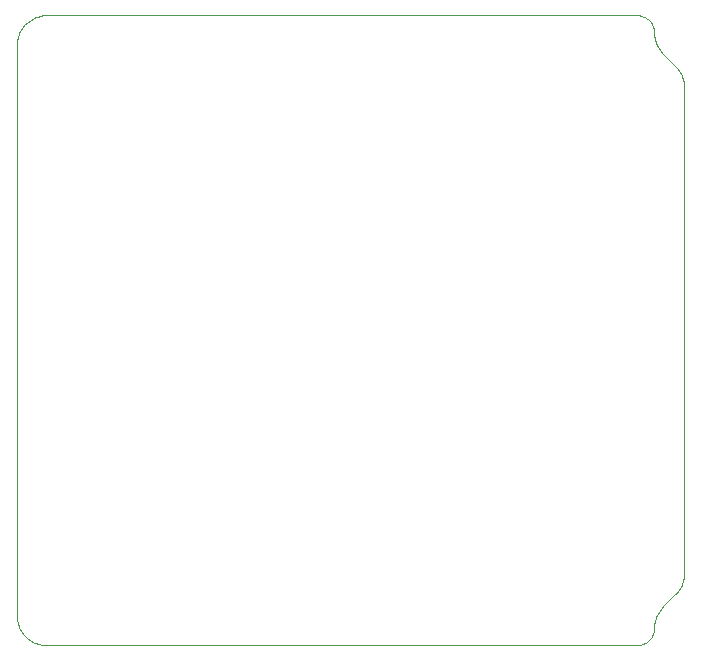
<source format=gbp>
G75*
G70*
%OFA0B0*%
%FSLAX24Y24*%
%IPPOS*%
%LPD*%
%AMOC8*
5,1,8,0,0,1.08239X$1,22.5*
%
%ADD10C,0.0000*%
D10*
X001937Y000937D02*
X021602Y000937D01*
X021648Y000939D01*
X021694Y000944D01*
X021739Y000953D01*
X021783Y000966D01*
X021826Y000982D01*
X021868Y001001D01*
X021908Y001023D01*
X021946Y001049D01*
X021983Y001077D01*
X022016Y001109D01*
X022048Y001142D01*
X022076Y001179D01*
X022102Y001217D01*
X022124Y001257D01*
X022143Y001299D01*
X022159Y001342D01*
X022172Y001386D01*
X022181Y001431D01*
X022186Y001477D01*
X022188Y001523D01*
X022480Y002230D02*
X022894Y002644D01*
X023187Y003352D02*
X023187Y003687D01*
X023187Y019523D01*
X022894Y020230D02*
X022480Y020644D01*
X022480Y020645D02*
X022438Y020689D01*
X022400Y020735D01*
X022364Y020784D01*
X022331Y020835D01*
X022302Y020887D01*
X022275Y020942D01*
X022252Y020997D01*
X022232Y021055D01*
X022216Y021113D01*
X022203Y021172D01*
X022194Y021231D01*
X022189Y021292D01*
X022187Y021352D01*
X022188Y021352D02*
X022186Y021398D01*
X022181Y021444D01*
X022172Y021489D01*
X022159Y021533D01*
X022143Y021576D01*
X022124Y021618D01*
X022102Y021658D01*
X022076Y021696D01*
X022048Y021733D01*
X022016Y021766D01*
X021983Y021798D01*
X021946Y021826D01*
X021908Y021852D01*
X021868Y021874D01*
X021826Y021893D01*
X021783Y021909D01*
X021739Y021922D01*
X021694Y021931D01*
X021648Y021936D01*
X021602Y021938D01*
X021602Y021937D02*
X001937Y021937D01*
X001877Y021935D01*
X001816Y021930D01*
X001757Y021921D01*
X001698Y021908D01*
X001639Y021892D01*
X001582Y021872D01*
X001527Y021849D01*
X001472Y021822D01*
X001420Y021793D01*
X001369Y021760D01*
X001320Y021724D01*
X001274Y021686D01*
X001230Y021644D01*
X001188Y021600D01*
X001150Y021554D01*
X001114Y021505D01*
X001081Y021454D01*
X001052Y021402D01*
X001025Y021347D01*
X001002Y021292D01*
X000982Y021235D01*
X000966Y021176D01*
X000953Y021117D01*
X000944Y021058D01*
X000939Y020997D01*
X000937Y020937D01*
X000937Y001937D01*
X000939Y001877D01*
X000944Y001816D01*
X000953Y001757D01*
X000966Y001698D01*
X000982Y001639D01*
X001002Y001582D01*
X001025Y001527D01*
X001052Y001472D01*
X001081Y001420D01*
X001114Y001369D01*
X001150Y001320D01*
X001188Y001274D01*
X001230Y001230D01*
X001274Y001188D01*
X001320Y001150D01*
X001369Y001114D01*
X001420Y001081D01*
X001472Y001052D01*
X001527Y001025D01*
X001582Y001002D01*
X001639Y000982D01*
X001698Y000966D01*
X001757Y000953D01*
X001816Y000944D01*
X001877Y000939D01*
X001937Y000937D01*
X022894Y002645D02*
X022936Y002689D01*
X022974Y002735D01*
X023010Y002784D01*
X023043Y002835D01*
X023072Y002887D01*
X023099Y002942D01*
X023122Y002997D01*
X023142Y003055D01*
X023158Y003113D01*
X023171Y003172D01*
X023180Y003231D01*
X023185Y003292D01*
X023187Y003352D01*
X023187Y003437D02*
X023187Y003687D01*
X022480Y002230D02*
X022438Y002186D01*
X022400Y002140D01*
X022364Y002091D01*
X022331Y002040D01*
X022302Y001988D01*
X022275Y001933D01*
X022252Y001878D01*
X022232Y001820D01*
X022216Y001762D01*
X022203Y001703D01*
X022194Y001644D01*
X022189Y001583D01*
X022187Y001523D01*
X023187Y019523D02*
X023185Y019583D01*
X023180Y019644D01*
X023171Y019703D01*
X023158Y019762D01*
X023142Y019820D01*
X023122Y019878D01*
X023099Y019933D01*
X023072Y019988D01*
X023043Y020040D01*
X023010Y020091D01*
X022974Y020140D01*
X022936Y020186D01*
X022894Y020230D01*
M02*

</source>
